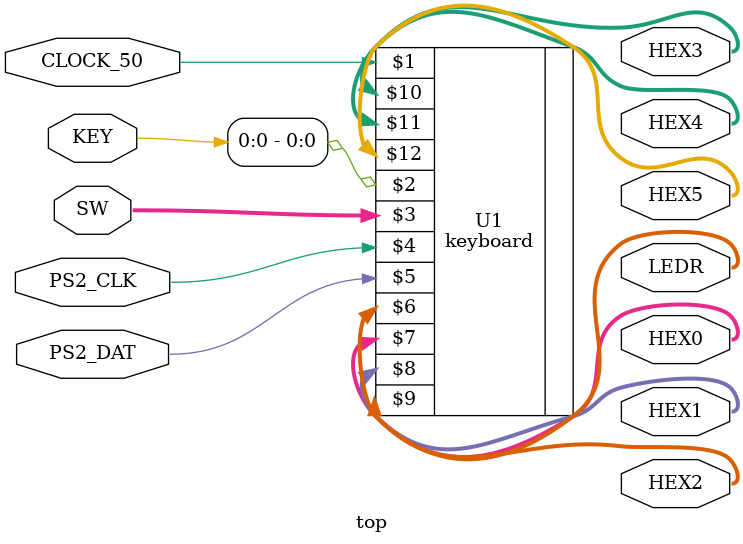
<source format=v>

`default_nettype none

module top (CLOCK_50, SW, KEY, HEX0, HEX1, HEX2, HEX3, HEX4, HEX5, LEDR, PS2_CLK, PS2_DAT);
    input wire CLOCK_50;        // DE-series 50 MHz clock signal
    input wire [9:0] SW;        // DE-series switches
    input wire [3:0] KEY;       // DE-series pushbuttons

    output wire [6:0] HEX0;     // DE-series HEX displays
    output wire [6:0] HEX1;
    output wire [6:0] HEX2;
    output wire [6:0] HEX3;
    output wire [6:0] HEX4;
    output wire [6:0] HEX5;

    output wire [9:0] LEDR;     // DE-series LEDs 

    inout  wire PS2_CLK;        // DE-series PS/2 Clock
    inout  wire PS2_DAT;        // DE-series PS/2 Data

    keyboard U1 (CLOCK_50, KEY[0],SW, PS2_CLK, PS2_DAT, LEDR, HEX0, HEX1, HEX2, HEX3, HEX4, HEX5);

endmodule


</source>
